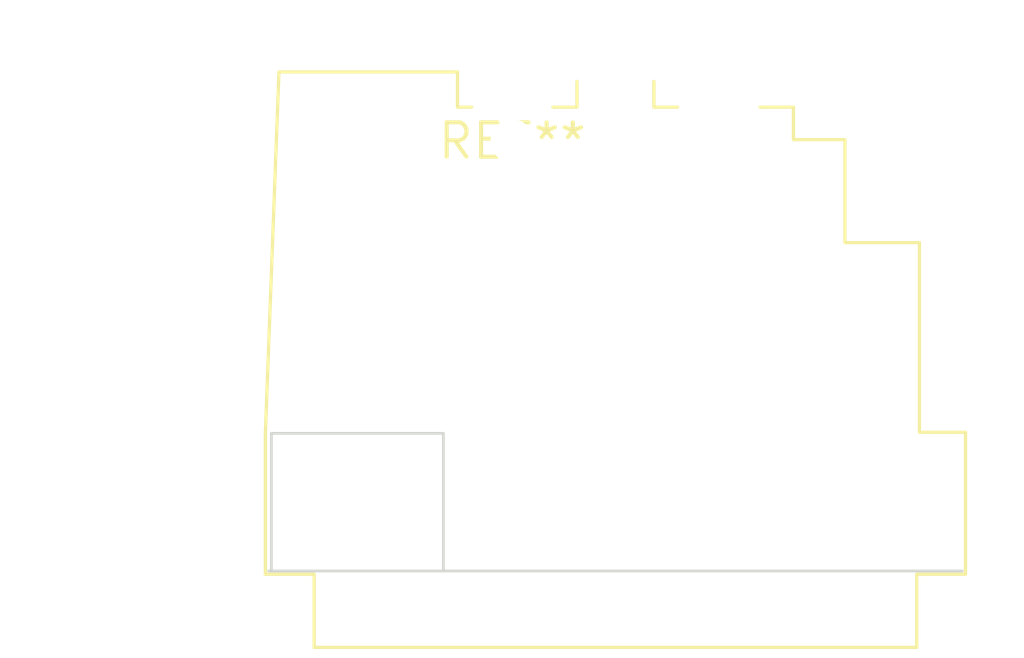
<source format=kicad_pcb>
(kicad_pcb (version 20240108) (generator pcbnew)
  (layers (0 "F.Cu" signal) (31 "B.Cu" signal) (34 "B.Paste" user) (35 "F.Paste" user) (36 "B.SilkS" user "B.Silkscreen") (37 "F.SilkS" user "F.Silkscreen") (38 "B.Mask" user) (39 "F.Mask" user) (44 "Edge.Cuts" user))
  (net 0 "")
  (footprint "Jack_XLR_Neutrik_NC3FAHL1_Horizontal" (layer "F.Cu") (at 0 0)
    (property "Reference" "REF**")
    (property "Value" "Jack_XLR_Neutrik_NC3FAHL1_Horizontal")
    (fp_line (start -9.11 10.75) (end -8.61 -2.55) (layer "F.SilkS") (stroke (width 0.12)))
    (fp_line (start -9.11 15.99) (end -9.11 10.75) (layer "F.SilkS") (stroke (width 0.12)))
    (fp_line (start -8.61 -2.55) (end -2.02 -2.55) (layer "F.SilkS") (stroke (width 0.12)))
    (fp_line (start -7.31 15.99) (end -9.11 15.99) (layer "F.SilkS") (stroke (width 0.12)))
    (fp_line (start -7.31 15.99) (end -7.31 18.69) (layer "F.SilkS") (stroke (width 0.12)))
    (fp_line (start -2.02 -2.55) (end -2.02 -1.25) (layer "F.SilkS") (stroke (width 0.12)))
    (fp_line (start -2.02 -1.25) (end -1.5 -1.25) (layer "F.SilkS") (stroke (width 0.12)))
    (fp_line (start 1.5 -1.25) (end 2.39 -1.25) (layer "F.SilkS") (stroke (width 0.12)))
    (fp_line (start 2.39 -1.25) (end 2.39 -2.2) (layer "F.SilkS") (stroke (width 0.12)))
    (fp_line (start 5.23 -1.25) (end 5.23 -2.2) (layer "F.SilkS") (stroke (width 0.12)))
    (fp_line (start 5.23 -1.25) (end 6.1 -1.25) (layer "F.SilkS") (stroke (width 0.12)))
    (fp_line (start 9.15 -1.25) (end 10.38 -1.25) (layer "F.SilkS") (stroke (width 0.12)))
    (fp_line (start 10.38 -0.05) (end 10.38 -1.25) (layer "F.SilkS") (stroke (width 0.12)))
    (fp_line (start 10.38 -0.05) (end 12.28 -0.05) (layer "F.SilkS") (stroke (width 0.12)))
    (fp_line (start 12.28 3.75) (end 12.28 -0.05) (layer "F.SilkS") (stroke (width 0.12)))
    (fp_line (start 12.28 3.75) (end 15.03 3.75) (layer "F.SilkS") (stroke (width 0.12)))
    (fp_line (start 14.93 15.99) (end 14.93 18.69) (layer "F.SilkS") (stroke (width 0.12)))
    (fp_line (start 14.93 18.69) (end -7.31 18.69) (layer "F.SilkS") (stroke (width 0.12)))
    (fp_line (start 15.03 10.75) (end 15.03 3.75) (layer "F.SilkS") (stroke (width 0.12)))
    (fp_line (start 15.03 10.75) (end 16.73 10.75) (layer "F.SilkS") (stroke (width 0.12)))
    (fp_line (start 16.73 15.99) (end 14.93 15.99) (layer "F.SilkS") (stroke (width 0.12)))
    (fp_line (start 16.73 15.99) (end 16.73 10.75) (layer "F.SilkS") (stroke (width 0.12)))
    (fp_line (start -8.89 10.79) (end -8.89 15.87) (layer "Edge.Cuts") (stroke (width 0.1)))
    (fp_line (start -2.54 10.79) (end -8.89 10.79) (layer "Edge.Cuts") (stroke (width 0.1)))
    (fp_line (start -2.54 15.87) (end -2.54 10.79) (layer "Edge.Cuts") (stroke (width 0.1)))
    (fp_line (start 16.61 15.87) (end -8.99 15.87) (layer "Edge.Cuts") (stroke (width 0.1)))
    (pad "" np_thru_hole circle (at 9.52 7.61) (size 1.2 1.2) (drill 1.2) (layers *.Cu *.Mask))
    (pad "1" thru_hole circle (at 0 0) (size 3.4 3.4) (drill 1.6) (layers *.Cu *.Mask) (remove_unused_layers))
    (pad "2" thru_hole circle (at 3.81 -3.18) (size 2.9 2.9) (drill 1.2) (layers *.Cu *.Mask) (remove_unused_layers))
    (pad "3" thru_hole circle (at 7.62 0) (size 3.4 3.4) (drill 1.6) (layers *.Cu *.Mask) (remove_unused_layers))
  )
)
</source>
